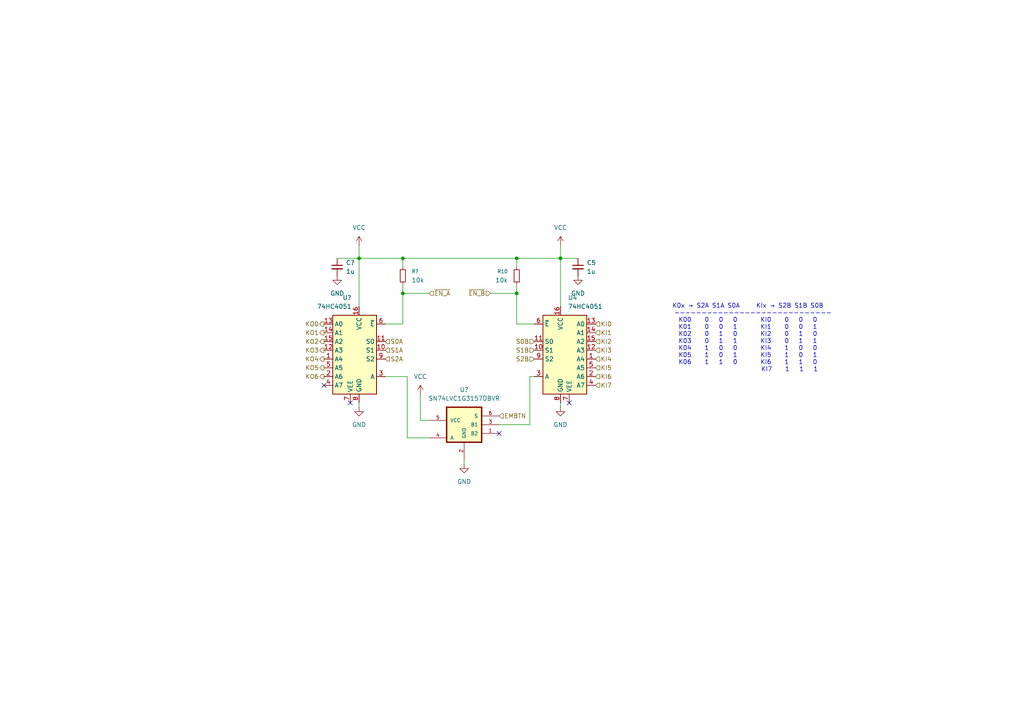
<source format=kicad_sch>
(kicad_sch (version 20250114) (generator "eeschema") (generator_version "9.0")
  (paper "A4")
  (lib_symbols
    (symbol "74HC4051_1"
      (property "Reference" "U2" (at 2.1433 15.24 0))
      (property "Value" "74HC4051" (at 2.1433 12.7 0))
      (symbol "74HC4051_1_0_1"
        (rectangle (start -5.08 10.16) (end 7.62 -12.7) (stroke (width 0.254)) (fill (type background)))
      )
      (symbol "74HC4051_1_1_1"
        (pin input line (at -7.62 7.62 0) (length 2.54) (name "~{E}") (number "6"))
        (pin input line (at -7.62 2.54 0) (length 2.54) (name "S0") (number "11"))
        (pin input line (at -7.62 0 0) (length 2.54) (name "S1") (number "10"))
        (pin input line (at -7.62 -2.54 0) (length 2.54) (name "S2") (number "9"))
        (pin passive line (at -7.62 -7.62 0) (length 2.54) (name "A") (number "3"))
        (pin power_in line (at 0 12.7 270) (length 2.54) (name "VCC") (number "16"))
        (pin power_in line (at 0 -15.24 90) (length 2.54) (name "GND") (number "8"))
        (pin power_in line (at 2.54 -15.24 90) (length 2.54) (name "VEE") (number "7"))
        (pin passive line (at 10.16 7.62 180) (length 2.54) (name "A0") (number "13"))
        (pin passive line (at 10.16 5.08 180) (length 2.54) (name "A1") (number "14"))
        (pin passive line (at 10.16 2.54 180) (length 2.54) (name "A2") (number "15"))
        (pin passive line (at 10.16 0 180) (length 2.54) (name "A3") (number "12"))
        (pin passive line (at 10.16 -2.54 180) (length 2.54) (name "A4") (number "1"))
        (pin passive line (at 10.16 -5.08 180) (length 2.54) (name "A5") (number "5"))
        (pin passive line (at 10.16 -7.62 180) (length 2.54) (name "A6") (number "2"))
        (pin passive line (at 10.16 -10.16 180) (length 2.54) (name "A7") (number "4"))
      )
    )
    (symbol "Device:C_Small" (pin_numbers (hide yes)) (pin_names (offset 0.254) (hide yes))
      (property "Reference" "C" (at 0.254 1.778 0))
      (property "Value" "C_Small" (at 0.254 -2.032 0))
      (symbol "C_Small_0_1"
        (polyline (pts (xy -1.524 0.508) (xy 1.524 0.508)) (stroke (width 0.3048)))
        (polyline (pts (xy -1.524 -0.508) (xy 1.524 -0.508)) (stroke (width 0.3302)))
      )
      (symbol "C_Small_1_1"
        (pin passive line (at 0 2.54 270) (length 2.032) (name "~") (number "1"))
        (pin passive line (at 0 -2.54 90) (length 2.032) (name "~") (number "2"))
      )
    )
    (symbol "Device:R_Small" (pin_numbers (hide yes)) (pin_names (offset 0.254) (hide yes))
      (property "Reference" "R" (at 0 0 90))
      (property "Value" "R_Small" (at 1.778 0 90))
      (symbol "R_Small_0_1"
        (rectangle (start -0.762 1.778) (end 0.762 -1.778) (stroke (width 0.2032)))
      )
      (symbol "R_Small_1_1"
        (pin passive line (at 0 2.54 270) (length 0.762) (name "~") (number "1"))
        (pin passive line (at 0 -2.54 90) (length 0.762) (name "~") (number "2"))
      )
    )
    (symbol "SN74LVC1G3157DBVR:SN74LVC1G3157DBVR" (pin_names (offset 1.016))
      (property "Reference" "U" (at -12.7 13.7 0))
      (property "Value" "SN74LVC1G3157DBVR" (at -4.572 16.002 0))
      (symbol "SN74LVC1G3157DBVR_0_0"
        (rectangle (start 2.54 13.97) (end 12.7 3.81) (stroke (width 0.41)) (fill (type background)))
        (pin input line (at -2.54 11.43 0) (length 5.08) (name "S") (number "6"))
        (pin input line (at -2.54 8.89 0) (length 5.08) (name "B1") (number "3"))
        (pin input line (at -2.54 6.35 0) (length 5.08) (name "B2") (number "1"))
        (pin power_in line (at 7.62 -1.27 90) (length 5.08) (name "GND") (number "2"))
        (pin power_in line (at 17.78 10.16 180) (length 5.08) (name "VCC") (number "5"))
        (pin output line (at 17.78 5.08 180) (length 5.08) (name "A") (number "4"))
      )
    )
    (symbol "power:GND" (power) (pin_numbers (hide yes)) (pin_names (offset 0) (hide yes))
      (property "Value" "GND" (at 0 -3.81 0))
      (symbol "GND_0_1"
        (polyline (pts (xy 0 0) (xy 0 -1.27) (xy 1.27 -1.27) (xy 0 -2.54) (xy -1.27 -1.27) (xy 0 -1.27)))
      )
      (symbol "GND_1_1"
        (pin power_in line (at 0 0 270) (length 0) (name "~") (number "1"))
      )
    )
    (symbol "power:VCC" (power) (pin_numbers (hide yes)) (pin_names (offset 0) (hide yes))
      (property "Value" "VCC" (at 0 3.556 0))
      (symbol "VCC_0_1"
        (polyline (pts (xy -0.762 1.27) (xy 0 2.54)))
        (polyline (pts (xy 0 2.54) (xy 0.762 1.27)))
        (polyline (pts (xy 0 0) (xy 0 2.54)))
      )
      (symbol "VCC_1_1"
        (pin power_in line (at 0 0 90) (length 0) (name "~") (number "1"))
      )
    )
  )
  (text "K0x → S2A S1A S0A     KIx → S2B S1B S0B\n   -----------------------------\nK00    0   0   0       KI0    0   0   0\nK01    0   0   1       KI1    0   0   1\nK02    0   1   0       KI2    0   1   0\nK03    0   1   1       KI3    0   1   1\nK04    1   0   0       KI4    1   0   0\nK05    1   0   1       KI5    1   0   1\nK06    1   1   0       KI6    1   1   0\n                         KI7    1   1   1" (at 216.916 98.044 0) (effects (font (size 1.27 1.27))))
  (junction (at 116.84 85.09))
  (junction (at 104.14 74.93))
  (junction (at 149.86 74.93))
  (junction (at 116.84 74.93))
  (junction (at 149.86 85.09))
  (junction (at 162.56 74.93))
  (no_connect (at 93.98 111.76))
  (no_connect (at 165.1 116.84))
  (no_connect (at 101.6 116.84))
  (no_connect (at 144.78 125.73))
  (wire (pts (xy 121.92 114.3) (xy 121.92 121.92)))
  (wire (pts (xy 162.56 74.93) (xy 162.56 88.9)))
  (wire (pts (xy 162.56 71.12) (xy 162.56 74.93)))
  (wire (pts (xy 116.84 74.93) (xy 116.84 77.47)))
  (wire (pts (xy 149.86 82.55) (xy 149.86 85.09)))
  (wire (pts (xy 153.67 123.19) (xy 153.67 109.22)))
  (wire (pts (xy 104.14 88.9) (xy 104.14 74.93)))
  (wire (pts (xy 116.84 82.55) (xy 116.84 85.09)))
  (wire (pts (xy 104.14 74.93) (xy 116.84 74.93)))
  (wire (pts (xy 97.79 74.93) (xy 104.14 74.93)))
  (wire (pts (xy 111.76 109.22) (xy 118.11 109.22)))
  (wire (pts (xy 149.86 85.09) (xy 149.86 93.98)))
  (wire (pts (xy 124.46 121.92) (xy 121.92 121.92)))
  (wire (pts (xy 149.86 85.09) (xy 142.24 85.09)))
  (wire (pts (xy 162.56 74.93) (xy 167.64 74.93)))
  (wire (pts (xy 154.94 93.98) (xy 149.86 93.98)))
  (wire (pts (xy 153.67 109.22) (xy 154.94 109.22)))
  (wire (pts (xy 111.76 93.98) (xy 116.84 93.98)))
  (wire (pts (xy 116.84 85.09) (xy 124.46 85.09)))
  (wire (pts (xy 134.62 133.35) (xy 134.62 134.62)))
  (wire (pts (xy 149.86 74.93) (xy 149.86 77.47)))
  (wire (pts (xy 118.11 109.22) (xy 118.11 127)))
  (wire (pts (xy 149.86 74.93) (xy 162.56 74.93)))
  (wire (pts (xy 104.14 116.84) (xy 104.14 118.11)))
  (wire (pts (xy 116.84 74.93) (xy 149.86 74.93)))
  (wire (pts (xy 116.84 85.09) (xy 116.84 93.98)))
  (wire (pts (xy 104.14 71.12) (xy 104.14 74.93)))
  (wire (pts (xy 118.11 127) (xy 124.46 127)))
  (wire (pts (xy 144.78 123.19) (xy 153.67 123.19)))
  (wire (pts (xy 162.56 116.84) (xy 162.56 118.11)))
  (hierarchical_label "KI7" (shape input) (at 172.72 111.76 0))
  (hierarchical_label "KO1" (shape output) (at 93.98 96.52 180))
  (hierarchical_label "KO0" (shape output) (at 93.98 93.98 180))
  (hierarchical_label "KI4" (shape input) (at 172.72 104.14 0))
  (hierarchical_label "KO2" (shape output) (at 93.98 99.06 180))
  (hierarchical_label "KI6" (shape input) (at 172.72 109.22 0))
  (hierarchical_label "KI2" (shape input) (at 172.72 99.06 0))
  (hierarchical_label "EMBTN" (shape input) (at 144.78 120.65 0))
  (hierarchical_label "KI3" (shape input) (at 172.72 101.6 0))
  (hierarchical_label "KI5" (shape input) (at 172.72 106.68 0))
  (hierarchical_label "KI1" (shape input) (at 172.72 96.52 0))
  (hierarchical_label "~{EN_A}" (shape input) (at 124.46 85.09 0))
  (hierarchical_label "KO4" (shape output) (at 93.98 104.14 180))
  (hierarchical_label "S1A" (shape input) (at 111.76 101.6 0))
  (hierarchical_label "KO5" (shape output) (at 93.98 106.68 180))
  (hierarchical_label "S0A" (shape input) (at 111.76 99.06 0))
  (hierarchical_label "~{EN_B}" (shape input) (at 142.24 85.09 180))
  (hierarchical_label "S0B" (shape input) (at 154.94 99.06 180))
  (hierarchical_label "S2A" (shape input) (at 111.76 104.14 0))
  (hierarchical_label "KO3" (shape output) (at 93.98 101.6 180))
  (hierarchical_label "KO6" (shape output) (at 93.98 109.22 180))
  (hierarchical_label "S2B" (shape input) (at 154.94 104.14 180))
  (hierarchical_label "S1B" (shape input) (at 154.94 101.6 180))
  (hierarchical_label "KI0" (shape input) (at 172.72 93.98 0))
  (symbol (lib_id "Device:R_Small") (at 149.86 80.01 0) (mirror y) (unit 1)
    (property "Reference" "R10" (at 147.32 78.7399 0) (effects (font (size 1.016 1.016)) (justify left)))
    (property "Value" "10k" (at 147.32 81.2799 0) (effects (justify left)))
    (property "Footprint" "Resistor_SMD:R_0603_1608Metric" (effects (hide yes)))
    (property "Description" "Resistor, small symbol" (effects (hide yes)))
  )
  (symbol (lib_id "power:GND") (at 134.62 134.62 0) (unit 1)
    (property "Reference" "#PWR?" (effects (hide yes)))
    (property "Value" "GND" (at 134.62 139.7 0))
    (property "Description" "Power symbol creates a global label with name \"GND\" , ground" (effects (hide yes)))
  )
  (symbol (lib_id "power:GND") (at 97.79 80.01 0) (unit 1)
    (property "Reference" "#PWR017" (effects (hide yes)))
    (property "Value" "GND" (at 97.79 85.09 0))
    (property "Description" "Power symbol creates a global label with name \"GND\" , ground" (effects (hide yes)))
  )
  (symbol (lib_id "Device:C_Small") (at 167.64 77.47 0) (unit 1)
    (property "Reference" "C5" (at 170.18 76.2062 0) (effects (justify left)))
    (property "Value" "1u" (at 170.18 78.7462 0) (effects (justify left)))
    (property "Footprint" "Capacitor_SMD:C_0603_1608Metric" (effects (hide yes)))
    (property "Description" "Unpolarized capacitor, small symbol" (effects (hide yes)))
  )
  (symbol (lib_id "power:VCC") (at 121.92 114.3 0) (unit 1)
    (property "Reference" "#PWR?" (effects (hide yes)))
    (property "Value" "VCC" (at 121.92 109.22 0))
    (property "Description" "Power symbol creates a global label with name \"VCC\"" (effects (hide yes)))
  )
  (symbol (lib_id "Device:R_Small") (at 116.84 80.01 0) (unit 1)
    (property "Reference" "R?" (at 119.38 78.7399 0) (effects (font (size 1.016 1.016)) (justify left)))
    (property "Value" "10k" (at 119.38 81.2799 0) (effects (justify left)))
    (property "Footprint" "Resistor_SMD:R_0603_1608Metric" (effects (hide yes)))
    (property "Description" "Resistor, small symbol" (effects (hide yes)))
  )
  (symbol (lib_name "74HC4051_1") (lib_id "74xx:74HC4051") (at 104.14 101.6 0) (mirror y) (unit 1)
    (property "Reference" "U?" (at 101.9967 86.36 0) (effects (justify left)))
    (property "Value" "74HC4051" (at 101.9967 88.9 0) (effects (justify left)))
    (property "Footprint" "Package_SO:SOIC-16_3.9x9.9mm_P1.27mm" (effects (hide yes)))
    (property "Datasheet" "http://www.ti.com/lit/ds/symlink/cd74hc4051.pdf" (effects (hide yes)))
    (property "Description" "8-channel analog multiplexer/demultiplexer, DIP-16/SOIC-16/TSSOP-16" (effects (hide yes)))
  )
  (symbol (lib_id "Device:C_Small") (at 97.79 77.47 0) (unit 1)
    (property "Reference" "C?" (at 100.33 76.2062 0) (effects (justify left)))
    (property "Value" "1u" (at 100.33 78.7462 0) (effects (justify left)))
    (property "Footprint" "Capacitor_SMD:C_0603_1608Metric" (effects (hide yes)))
    (property "Description" "Unpolarized capacitor, small symbol" (effects (hide yes)))
  )
  (symbol (lib_id "power:VCC") (at 104.14 71.12 0) (unit 1)
    (property "Reference" "#PWR?" (effects (hide yes)))
    (property "Value" "VCC" (at 104.14 66.04 0))
    (property "Description" "Power symbol creates a global label with name \"VCC\"" (effects (hide yes)))
  )
  (symbol (lib_id "power:GND") (at 162.56 118.11 0) (unit 1)
    (property "Reference" "#PWR015" (effects (hide yes)))
    (property "Value" "GND" (at 162.56 123.19 0))
    (property "Description" "Power symbol creates a global label with name \"GND\" , ground" (effects (hide yes)))
  )
  (symbol (lib_id "SN74LVC1G3157DBVR:SN74LVC1G3157DBVR") (at 142.24 132.08 0) (mirror y) (unit 1)
    (property "Reference" "U?" (at 134.62 113.03 0))
    (property "Value" "SN74LVC1G3157DBVR" (at 134.62 115.57 0))
    (property "Footprint" "SN74LVC1G3157DBVR:SOT95P280X145-6N" (effects (hide yes)))
  )
  (symbol (lib_id "power:VCC") (at 162.56 71.12 0) (mirror y) (unit 1)
    (property "Reference" "#PWR014" (effects (hide yes)))
    (property "Value" "VCC" (at 162.56 66.04 0))
    (property "Description" "Power symbol creates a global label with name \"VCC\"" (effects (hide yes)))
  )
  (symbol (lib_id "power:GND") (at 167.64 80.01 0) (unit 1)
    (property "Reference" "#PWR018" (effects (hide yes)))
    (property "Value" "GND" (at 167.64 85.09 0))
    (property "Description" "Power symbol creates a global label with name \"GND\" , ground" (effects (hide yes)))
  )
  (symbol (lib_id "power:GND") (at 104.14 118.11 0) (unit 1)
    (property "Reference" "#PWR016" (effects (hide yes)))
    (property "Value" "GND" (at 104.14 123.19 0))
    (property "Description" "Power symbol creates a global label with name \"GND\" , ground" (effects (hide yes)))
  )
  (symbol (lib_name "74HC4051_1") (lib_id "74xx:74HC4051") (at 162.56 101.6 0) (unit 1)
    (property "Reference" "U4" (at 164.7033 86.36 0) (effects (justify left)))
    (property "Value" "74HC4051" (at 164.7033 88.9 0) (effects (justify left)))
    (property "Footprint" "Package_SO:SOIC-16_3.9x9.9mm_P1.27mm" (effects (hide yes)))
    (property "Datasheet" "http://www.ti.com/lit/ds/symlink/cd74hc4051.pdf" (effects (hide yes)))
    (property "Description" "8-channel analog multiplexer/demultiplexer, DIP-16/SOIC-16/TSSOP-16" (effects (hide yes)))
  )
)
</source>
